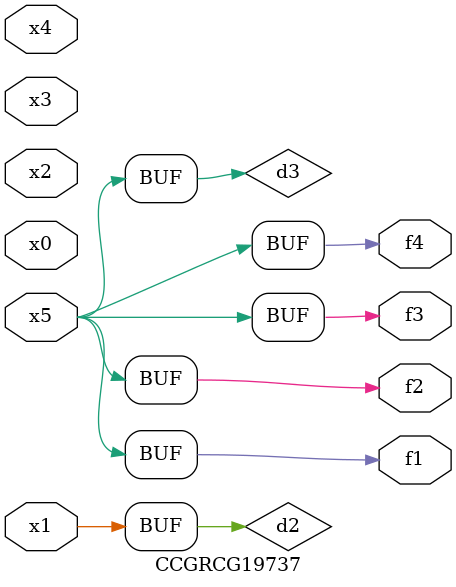
<source format=v>
module CCGRCG19737(
	input x0, x1, x2, x3, x4, x5,
	output f1, f2, f3, f4
);

	wire d1, d2, d3;

	not (d1, x5);
	or (d2, x1);
	xnor (d3, d1);
	assign f1 = d3;
	assign f2 = d3;
	assign f3 = d3;
	assign f4 = d3;
endmodule

</source>
